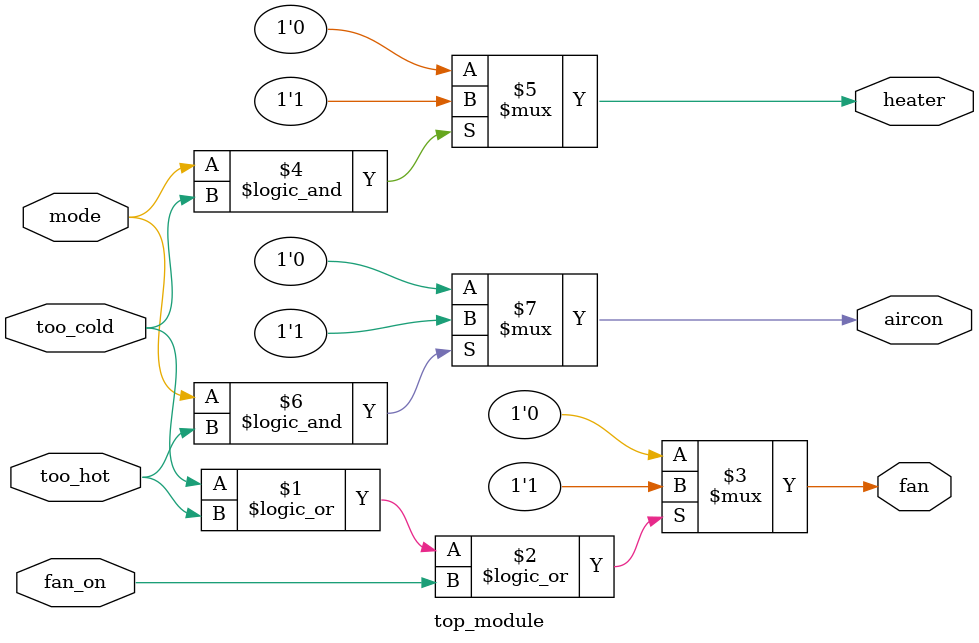
<source format=sv>
module top_module(
	input mode,
	input too_cold, 
	input too_hot,
	input fan_on,
	output heater,
	output aircon,
	output fan
);

	// Assign fan output
	assign fan = (too_cold || too_hot || fan_on) ? 1'b1 : 1'b0;

	// Assign heater and aircon outputs
	assign heater = (mode && too_cold) ? 1'b1 : 1'b0;
	assign aircon = (mode && too_hot) ? 1'b1 : 1'b0;

endmodule

</source>
